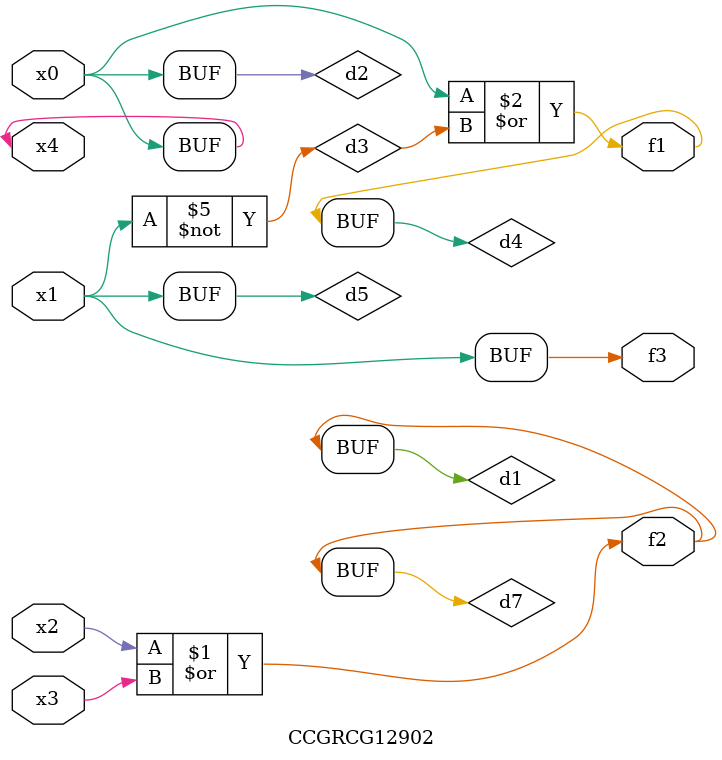
<source format=v>
module CCGRCG12902(
	input x0, x1, x2, x3, x4,
	output f1, f2, f3
);

	wire d1, d2, d3, d4, d5, d6, d7;

	or (d1, x2, x3);
	buf (d2, x0, x4);
	not (d3, x1);
	or (d4, d2, d3);
	not (d5, d3);
	nand (d6, d1, d3);
	or (d7, d1);
	assign f1 = d4;
	assign f2 = d7;
	assign f3 = d5;
endmodule

</source>
